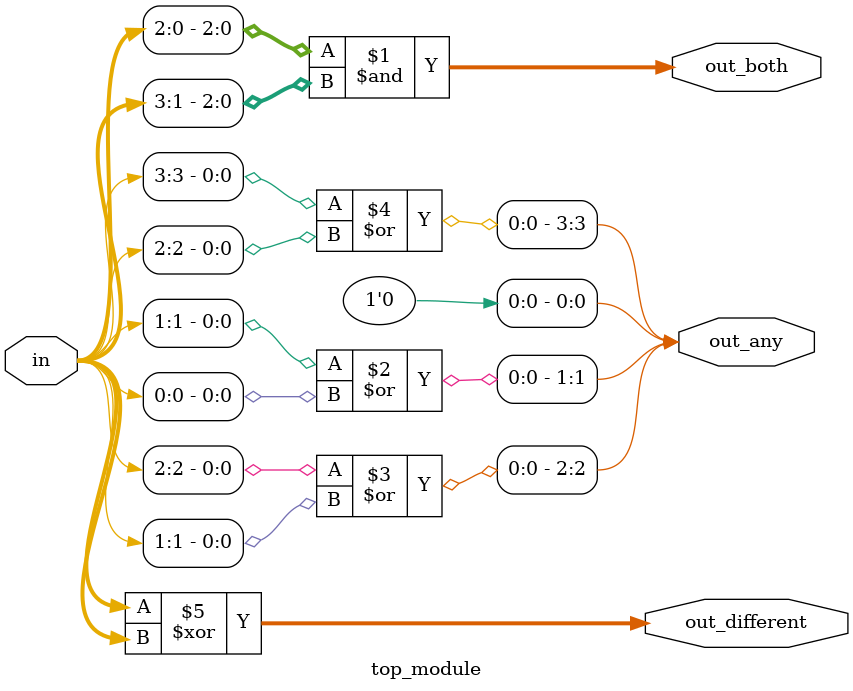
<source format=sv>
module top_module (
	input [3:0] in,
	output [2:0] out_both,
	output [3:0] out_any,
	output [3:0] out_different
);

	assign out_both = in[2:0] & in[3:1];
	assign out_any = {in[3] | in[2], in[2] | in[1], in[1] | in[0], 1'b0}; // 1'b0 added to match the 4-bit width
	assign out_different = in ^ {in[3:1], in[0]};

endmodule

</source>
